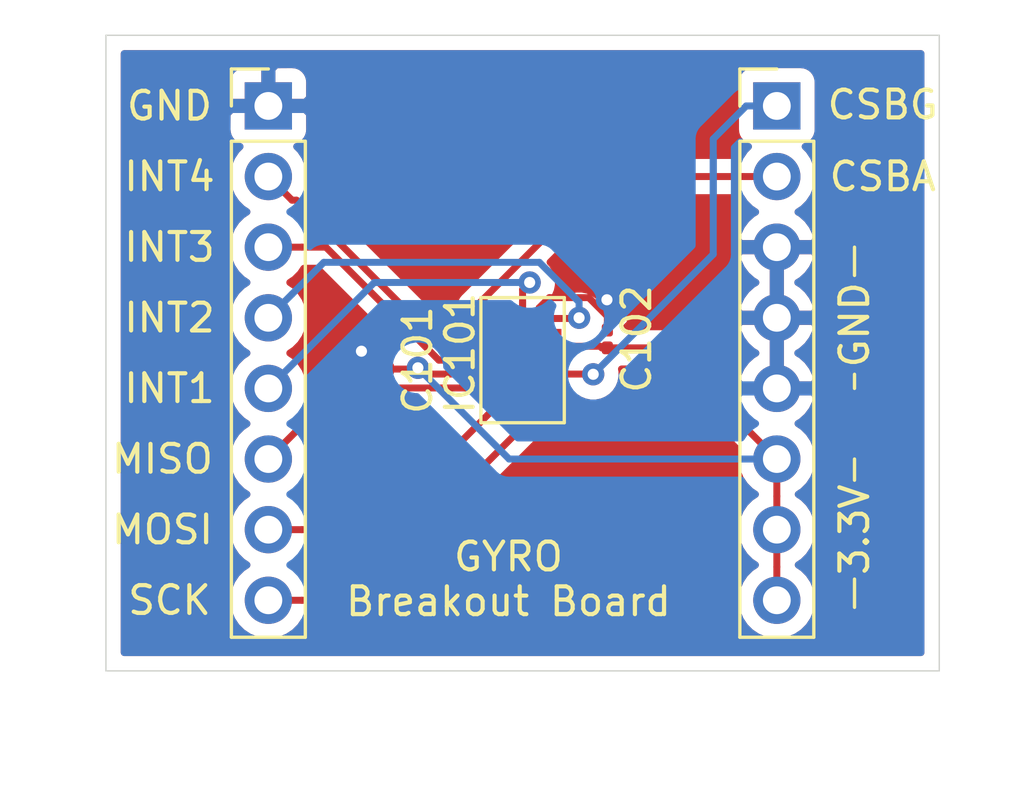
<source format=kicad_pcb>
(kicad_pcb (version 20171130) (host pcbnew "(5.1.5)-3")

  (general
    (thickness 1.6)
    (drawings 21)
    (tracks 92)
    (zones 0)
    (modules 5)
    (nets 12)
  )

  (page A4)
  (layers
    (0 F.Cu signal)
    (31 B.Cu signal)
    (32 B.Adhes user)
    (33 F.Adhes user)
    (34 B.Paste user)
    (35 F.Paste user)
    (36 B.SilkS user)
    (37 F.SilkS user)
    (38 B.Mask user)
    (39 F.Mask user)
    (40 Dwgs.User user)
    (41 Cmts.User user)
    (42 Eco1.User user)
    (43 Eco2.User user)
    (44 Edge.Cuts user)
    (45 Margin user)
    (46 B.CrtYd user)
    (47 F.CrtYd user)
    (48 B.Fab user)
    (49 F.Fab user)
  )

  (setup
    (last_trace_width 0.25)
    (trace_clearance 0.1524)
    (zone_clearance 0.508)
    (zone_45_only no)
    (trace_min 0.2)
    (via_size 0.8)
    (via_drill 0.4)
    (via_min_size 0.4)
    (via_min_drill 0.3)
    (uvia_size 0.3)
    (uvia_drill 0.1)
    (uvias_allowed no)
    (uvia_min_size 0.2)
    (uvia_min_drill 0.1)
    (edge_width 0.05)
    (segment_width 0.2)
    (pcb_text_width 0.3)
    (pcb_text_size 1.5 1.5)
    (mod_edge_width 0.12)
    (mod_text_size 1 1)
    (mod_text_width 0.15)
    (pad_size 1.524 1.524)
    (pad_drill 0.762)
    (pad_to_mask_clearance 0.051)
    (solder_mask_min_width 0.25)
    (aux_axis_origin 0 0)
    (visible_elements 7FFFFFFF)
    (pcbplotparams
      (layerselection 0x010fc_ffffffff)
      (usegerberextensions false)
      (usegerberattributes false)
      (usegerberadvancedattributes false)
      (creategerberjobfile false)
      (excludeedgelayer true)
      (linewidth 0.100000)
      (plotframeref false)
      (viasonmask false)
      (mode 1)
      (useauxorigin false)
      (hpglpennumber 1)
      (hpglpenspeed 20)
      (hpglpendiameter 15.000000)
      (psnegative false)
      (psa4output false)
      (plotreference true)
      (plotvalue true)
      (plotinvisibletext false)
      (padsonsilk false)
      (subtractmaskfromsilk false)
      (outputformat 1)
      (mirror false)
      (drillshape 1)
      (scaleselection 1)
      (outputdirectory ""))
  )

  (net 0 "")
  (net 1 GND)
  (net 2 +3V3)
  (net 3 /INT2_ACCEL)
  (net 4 /CSB_GYRO)
  (net 5 /SCK)
  (net 6 /MOSI)
  (net 7 /MISO)
  (net 8 /INT3_GYRO)
  (net 9 /INT4_GYRO)
  (net 10 /CSB_ACCEL)
  (net 11 /INT1_ACCEL)

  (net_class Default "This is the default net class."
    (clearance 0.1524)
    (trace_width 0.25)
    (via_dia 0.8)
    (via_drill 0.4)
    (uvia_dia 0.3)
    (uvia_drill 0.1)
    (add_net +3V3)
    (add_net /CSB_ACCEL)
    (add_net /CSB_GYRO)
    (add_net /INT1_ACCEL)
    (add_net /INT2_ACCEL)
    (add_net /INT3_GYRO)
    (add_net /INT4_GYRO)
    (add_net /MISO)
    (add_net /MOSI)
    (add_net /SCK)
    (add_net GND)
  )

  (module Capacitor_SMD:C_0201_0603Metric (layer F.Cu) (tedit 5B301BBE) (tstamp 5EC77BCA)
    (at 131.064 95.25 270)
    (descr "Capacitor SMD 0201 (0603 Metric), square (rectangular) end terminal, IPC_7351 nominal, (Body size source: https://www.vishay.com/docs/20052/crcw0201e3.pdf), generated with kicad-footprint-generator")
    (tags capacitor)
    (path /5EC9647A)
    (attr smd)
    (fp_text reference C102 (at 0 -1.05 90) (layer F.SilkS)
      (effects (font (size 1 1) (thickness 0.15)))
    )
    (fp_text value 100nF (at 0 1.05 90) (layer F.Fab)
      (effects (font (size 1 1) (thickness 0.15)))
    )
    (fp_text user %R (at 0 -0.68 90) (layer F.Fab)
      (effects (font (size 0.25 0.25) (thickness 0.04)))
    )
    (fp_line (start 0.7 0.35) (end -0.7 0.35) (layer F.CrtYd) (width 0.05))
    (fp_line (start 0.7 -0.35) (end 0.7 0.35) (layer F.CrtYd) (width 0.05))
    (fp_line (start -0.7 -0.35) (end 0.7 -0.35) (layer F.CrtYd) (width 0.05))
    (fp_line (start -0.7 0.35) (end -0.7 -0.35) (layer F.CrtYd) (width 0.05))
    (fp_line (start 0.3 0.15) (end -0.3 0.15) (layer F.Fab) (width 0.1))
    (fp_line (start 0.3 -0.15) (end 0.3 0.15) (layer F.Fab) (width 0.1))
    (fp_line (start -0.3 -0.15) (end 0.3 -0.15) (layer F.Fab) (width 0.1))
    (fp_line (start -0.3 0.15) (end -0.3 -0.15) (layer F.Fab) (width 0.1))
    (pad 2 smd roundrect (at 0.32 0 270) (size 0.46 0.4) (layers F.Cu F.Mask) (roundrect_rratio 0.25)
      (net 2 +3V3))
    (pad 1 smd roundrect (at -0.32 0 270) (size 0.46 0.4) (layers F.Cu F.Mask) (roundrect_rratio 0.25)
      (net 1 GND))
    (pad "" smd roundrect (at 0.345 0 270) (size 0.318 0.36) (layers F.Paste) (roundrect_rratio 0.25))
    (pad "" smd roundrect (at -0.345 0 270) (size 0.318 0.36) (layers F.Paste) (roundrect_rratio 0.25))
    (model ${KISYS3DMOD}/Capacitor_SMD.3dshapes/C_0201_0603Metric.wrl
      (at (xyz 0 0 0))
      (scale (xyz 1 1 1))
      (rotate (xyz 0 0 0))
    )
  )

  (module Capacitor_SMD:C_0201_0603Metric (layer F.Cu) (tedit 5B301BBE) (tstamp 5EC77BB9)
    (at 123.19 96.012 270)
    (descr "Capacitor SMD 0201 (0603 Metric), square (rectangular) end terminal, IPC_7351 nominal, (Body size source: https://www.vishay.com/docs/20052/crcw0201e3.pdf), generated with kicad-footprint-generator")
    (tags capacitor)
    (path /5EC9306C)
    (attr smd)
    (fp_text reference C101 (at 0 -1.05 90) (layer F.SilkS)
      (effects (font (size 1 1) (thickness 0.15)))
    )
    (fp_text value 100nF (at 0 1.05 90) (layer F.Fab)
      (effects (font (size 1 1) (thickness 0.15)))
    )
    (fp_line (start -0.3 0.15) (end -0.3 -0.15) (layer F.Fab) (width 0.1))
    (fp_line (start -0.3 -0.15) (end 0.3 -0.15) (layer F.Fab) (width 0.1))
    (fp_line (start 0.3 -0.15) (end 0.3 0.15) (layer F.Fab) (width 0.1))
    (fp_line (start 0.3 0.15) (end -0.3 0.15) (layer F.Fab) (width 0.1))
    (fp_line (start -0.7 0.35) (end -0.7 -0.35) (layer F.CrtYd) (width 0.05))
    (fp_line (start -0.7 -0.35) (end 0.7 -0.35) (layer F.CrtYd) (width 0.05))
    (fp_line (start 0.7 -0.35) (end 0.7 0.35) (layer F.CrtYd) (width 0.05))
    (fp_line (start 0.7 0.35) (end -0.7 0.35) (layer F.CrtYd) (width 0.05))
    (fp_text user %R (at 0 -0.68 90) (layer F.Fab)
      (effects (font (size 0.25 0.25) (thickness 0.04)))
    )
    (pad "" smd roundrect (at -0.345 0 270) (size 0.318 0.36) (layers F.Paste) (roundrect_rratio 0.25))
    (pad "" smd roundrect (at 0.345 0 270) (size 0.318 0.36) (layers F.Paste) (roundrect_rratio 0.25))
    (pad 1 smd roundrect (at -0.32 0 270) (size 0.46 0.4) (layers F.Cu F.Mask) (roundrect_rratio 0.25)
      (net 1 GND))
    (pad 2 smd roundrect (at 0.32 0 270) (size 0.46 0.4) (layers F.Cu F.Mask) (roundrect_rratio 0.25)
      (net 2 +3V3))
    (model ${KISYS3DMOD}/Capacitor_SMD.3dshapes/C_0201_0603Metric.wrl
      (at (xyz 0 0 0))
      (scale (xyz 1 1 1))
      (rotate (xyz 0 0 0))
    )
  )

  (module "ERFSEDS_Footprints:16-LGA-(4.5x3)" (layer F.Cu) (tedit 5EC6BF61) (tstamp 5EC77BE6)
    (at 128.016 96.012 270)
    (path /5EC70B84)
    (fp_text reference IC101 (at -0.25 2.25 90) (layer F.SilkS)
      (effects (font (size 1 1) (thickness 0.15)))
    )
    (fp_text value BMI088 (at 0 -2.75 90) (layer F.Fab)
      (effects (font (size 1 1) (thickness 0.15)))
    )
    (fp_line (start -2.25 1.5) (end -2.25 -1.5) (layer F.CrtYd) (width 0.12))
    (fp_line (start 2.25 1.5) (end -2.25 1.5) (layer F.CrtYd) (width 0.12))
    (fp_line (start 2.25 -1.5) (end 2.25 1.5) (layer F.CrtYd) (width 0.12))
    (fp_line (start -2.25 -1.5) (end 2.25 -1.5) (layer F.CrtYd) (width 0.12))
    (fp_line (start -2.25 1.5) (end -2.25 -1.5) (layer F.SilkS) (width 0.12))
    (fp_line (start -2.25 1.5) (end 2.25 1.5) (layer F.SilkS) (width 0.12))
    (fp_line (start 2.25 1.5) (end 2.25 -1.5) (layer F.SilkS) (width 0.12))
    (fp_line (start 2.25 -1.5) (end -2.25 -1.5) (layer F.SilkS) (width 0.12))
    (pad 16 smd rect (at -1.915 0 180) (size 0.25 0.475) (layers F.Cu F.Paste F.Mask)
      (net 11 /INT1_ACCEL))
    (pad 15 smd rect (at -1.5 1.16 90) (size 0.25 0.475) (layers F.Cu F.Paste F.Mask)
      (net 7 /MISO))
    (pad 14 smd rect (at -1 1.16 90) (size 0.25 0.475) (layers F.Cu F.Paste F.Mask)
      (net 10 /CSB_ACCEL))
    (pad 13 smd rect (at -0.5 1.16 90) (size 0.25 0.475) (layers F.Cu F.Paste F.Mask)
      (net 9 /INT4_GYRO))
    (pad 12 smd rect (at 0 1.16 90) (size 0.25 0.475) (layers F.Cu F.Paste F.Mask)
      (net 8 /INT3_GYRO))
    (pad 11 smd rect (at 0.5 1.16 90) (size 0.25 0.475) (layers F.Cu F.Paste F.Mask)
      (net 2 +3V3))
    (pad 10 smd rect (at 1 1.16 90) (size 0.25 0.475) (layers F.Cu F.Paste F.Mask)
      (net 7 /MISO))
    (pad 9 smd rect (at 1.5 1.16 90) (size 0.25 0.475) (layers F.Cu F.Paste F.Mask)
      (net 6 /MOSI))
    (pad 8 smd rect (at 1.915 0) (size 0.25 0.475) (layers F.Cu F.Paste F.Mask)
      (net 5 /SCK))
    (pad 7 smd rect (at 1.5 -1.16 270) (size 0.25 0.475) (layers F.Cu F.Paste F.Mask)
      (net 1 GND))
    (pad 6 smd rect (at 1 -1.16 270) (size 0.25 0.475) (layers F.Cu F.Paste F.Mask)
      (net 1 GND))
    (pad 5 smd rect (at 0.5 -1.16 270) (size 0.25 0.475) (layers F.Cu F.Paste F.Mask)
      (net 4 /CSB_GYRO))
    (pad 4 smd rect (at 0 -1.16 270) (size 0.25 0.475) (layers F.Cu F.Paste F.Mask)
      (net 1 GND))
    (pad 3 smd rect (at -0.5 -1.16 270) (size 0.25 0.475) (layers F.Cu F.Paste F.Mask)
      (net 2 +3V3))
    (pad 2 smd rect (at -1 -1.16 270) (size 0.25 0.475) (layers F.Cu F.Paste F.Mask)
      (net 1 GND))
    (pad 1 smd rect (at -1.5 -1.16 270) (size 0.25 0.475) (layers F.Cu F.Paste F.Mask)
      (net 3 /INT2_ACCEL))
  )

  (module Connector_PinHeader_2.54mm:PinHeader_1x08_P2.54mm_Vertical (layer F.Cu) (tedit 59FED5CC) (tstamp 5EC77C02)
    (at 118.872 86.868)
    (descr "Through hole straight pin header, 1x08, 2.54mm pitch, single row")
    (tags "Through hole pin header THT 1x08 2.54mm single row")
    (path /5EC7887E)
    (fp_text reference J101 (at 0 -2.33) (layer F.SilkS) hide
      (effects (font (size 1 1) (thickness 0.15)))
    )
    (fp_text value Conn_01x08 (at 0 20.11) (layer F.Fab)
      (effects (font (size 1 1) (thickness 0.15)))
    )
    (fp_text user %R (at 0 8.89 90) (layer F.Fab)
      (effects (font (size 1 1) (thickness 0.15)))
    )
    (fp_line (start 1.8 -1.8) (end -1.8 -1.8) (layer F.CrtYd) (width 0.05))
    (fp_line (start 1.8 19.55) (end 1.8 -1.8) (layer F.CrtYd) (width 0.05))
    (fp_line (start -1.8 19.55) (end 1.8 19.55) (layer F.CrtYd) (width 0.05))
    (fp_line (start -1.8 -1.8) (end -1.8 19.55) (layer F.CrtYd) (width 0.05))
    (fp_line (start -1.33 -1.33) (end 0 -1.33) (layer F.SilkS) (width 0.12))
    (fp_line (start -1.33 0) (end -1.33 -1.33) (layer F.SilkS) (width 0.12))
    (fp_line (start -1.33 1.27) (end 1.33 1.27) (layer F.SilkS) (width 0.12))
    (fp_line (start 1.33 1.27) (end 1.33 19.11) (layer F.SilkS) (width 0.12))
    (fp_line (start -1.33 1.27) (end -1.33 19.11) (layer F.SilkS) (width 0.12))
    (fp_line (start -1.33 19.11) (end 1.33 19.11) (layer F.SilkS) (width 0.12))
    (fp_line (start -1.27 -0.635) (end -0.635 -1.27) (layer F.Fab) (width 0.1))
    (fp_line (start -1.27 19.05) (end -1.27 -0.635) (layer F.Fab) (width 0.1))
    (fp_line (start 1.27 19.05) (end -1.27 19.05) (layer F.Fab) (width 0.1))
    (fp_line (start 1.27 -1.27) (end 1.27 19.05) (layer F.Fab) (width 0.1))
    (fp_line (start -0.635 -1.27) (end 1.27 -1.27) (layer F.Fab) (width 0.1))
    (pad 8 thru_hole oval (at 0 17.78) (size 1.7 1.7) (drill 1) (layers *.Cu *.Mask)
      (net 5 /SCK))
    (pad 7 thru_hole oval (at 0 15.24) (size 1.7 1.7) (drill 1) (layers *.Cu *.Mask)
      (net 6 /MOSI))
    (pad 6 thru_hole oval (at 0 12.7) (size 1.7 1.7) (drill 1) (layers *.Cu *.Mask)
      (net 7 /MISO))
    (pad 5 thru_hole oval (at 0 10.16) (size 1.7 1.7) (drill 1) (layers *.Cu *.Mask)
      (net 11 /INT1_ACCEL))
    (pad 4 thru_hole oval (at 0 7.62) (size 1.7 1.7) (drill 1) (layers *.Cu *.Mask)
      (net 3 /INT2_ACCEL))
    (pad 3 thru_hole oval (at 0 5.08) (size 1.7 1.7) (drill 1) (layers *.Cu *.Mask)
      (net 8 /INT3_GYRO))
    (pad 2 thru_hole oval (at 0 2.54) (size 1.7 1.7) (drill 1) (layers *.Cu *.Mask)
      (net 9 /INT4_GYRO))
    (pad 1 thru_hole rect (at 0 0) (size 1.7 1.7) (drill 1) (layers *.Cu *.Mask)
      (net 1 GND))
    (model ${KISYS3DMOD}/Connector_PinHeader_2.54mm.3dshapes/PinHeader_1x08_P2.54mm_Vertical.wrl
      (at (xyz 0 0 0))
      (scale (xyz 1 1 1))
      (rotate (xyz 0 0 0))
    )
  )

  (module Connector_PinHeader_2.54mm:PinHeader_1x08_P2.54mm_Vertical (layer F.Cu) (tedit 59FED5CC) (tstamp 5EC77C1E)
    (at 137.16 86.868)
    (descr "Through hole straight pin header, 1x08, 2.54mm pitch, single row")
    (tags "Through hole pin header THT 1x08 2.54mm single row")
    (path /5EC73D76)
    (fp_text reference J102 (at 0 -2.33) (layer F.SilkS) hide
      (effects (font (size 1 1) (thickness 0.15)))
    )
    (fp_text value Conn_01x08 (at 0 19.558) (layer F.Fab)
      (effects (font (size 1 1) (thickness 0.15)))
    )
    (fp_line (start -0.635 -1.27) (end 1.27 -1.27) (layer F.Fab) (width 0.1))
    (fp_line (start 1.27 -1.27) (end 1.27 19.05) (layer F.Fab) (width 0.1))
    (fp_line (start 1.27 19.05) (end -1.27 19.05) (layer F.Fab) (width 0.1))
    (fp_line (start -1.27 19.05) (end -1.27 -0.635) (layer F.Fab) (width 0.1))
    (fp_line (start -1.27 -0.635) (end -0.635 -1.27) (layer F.Fab) (width 0.1))
    (fp_line (start -1.33 19.11) (end 1.33 19.11) (layer F.SilkS) (width 0.12))
    (fp_line (start -1.33 1.27) (end -1.33 19.11) (layer F.SilkS) (width 0.12))
    (fp_line (start 1.33 1.27) (end 1.33 19.11) (layer F.SilkS) (width 0.12))
    (fp_line (start -1.33 1.27) (end 1.33 1.27) (layer F.SilkS) (width 0.12))
    (fp_line (start -1.33 0) (end -1.33 -1.33) (layer F.SilkS) (width 0.12))
    (fp_line (start -1.33 -1.33) (end 0 -1.33) (layer F.SilkS) (width 0.12))
    (fp_line (start -1.8 -1.8) (end -1.8 19.55) (layer F.CrtYd) (width 0.05))
    (fp_line (start -1.8 19.55) (end 1.8 19.55) (layer F.CrtYd) (width 0.05))
    (fp_line (start 1.8 19.55) (end 1.8 -1.8) (layer F.CrtYd) (width 0.05))
    (fp_line (start 1.8 -1.8) (end -1.8 -1.8) (layer F.CrtYd) (width 0.05))
    (fp_text user %R (at 0 8.89 90) (layer F.Fab)
      (effects (font (size 1 1) (thickness 0.15)))
    )
    (pad 1 thru_hole rect (at 0 0) (size 1.7 1.7) (drill 1) (layers *.Cu *.Mask)
      (net 4 /CSB_GYRO))
    (pad 2 thru_hole oval (at 0 2.54) (size 1.7 1.7) (drill 1) (layers *.Cu *.Mask)
      (net 10 /CSB_ACCEL))
    (pad 3 thru_hole oval (at 0 5.08) (size 1.7 1.7) (drill 1) (layers *.Cu *.Mask)
      (net 1 GND))
    (pad 4 thru_hole oval (at 0 7.62) (size 1.7 1.7) (drill 1) (layers *.Cu *.Mask)
      (net 1 GND))
    (pad 5 thru_hole oval (at 0 10.16) (size 1.7 1.7) (drill 1) (layers *.Cu *.Mask)
      (net 1 GND))
    (pad 6 thru_hole oval (at 0 12.7) (size 1.7 1.7) (drill 1) (layers *.Cu *.Mask)
      (net 2 +3V3))
    (pad 7 thru_hole oval (at 0 15.24) (size 1.7 1.7) (drill 1) (layers *.Cu *.Mask)
      (net 2 +3V3))
    (pad 8 thru_hole oval (at 0 17.78) (size 1.7 1.7) (drill 1) (layers *.Cu *.Mask)
      (net 2 +3V3))
    (model ${KISYS3DMOD}/Connector_PinHeader_2.54mm.3dshapes/PinHeader_1x08_P2.54mm_Vertical.wrl
      (at (xyz 0 0 0))
      (scale (xyz 1 1 1))
      (rotate (xyz 0 0 0))
    )
  )

  (gr_text GND (at 115.316 86.868) (layer F.SilkS)
    (effects (font (size 1 1) (thickness 0.15)))
  )
  (gr_line (start 139.954 104.902) (end 139.954 103.886) (layer F.SilkS) (width 0.12))
  (gr_line (start 139.954 99.568) (end 139.954 100.33) (layer F.SilkS) (width 0.12))
  (gr_line (start 139.954 97.028) (end 139.954 96.52) (layer F.SilkS) (width 0.12))
  (gr_line (start 139.954 91.948) (end 139.954 92.964) (layer F.SilkS) (width 0.12))
  (gr_text "GND\n" (at 139.954 94.742 90) (layer F.SilkS)
    (effects (font (size 1 1) (thickness 0.15)))
  )
  (gr_text 3.3V (at 139.954 102.108 90) (layer F.SilkS)
    (effects (font (size 1 1) (thickness 0.15)))
  )
  (gr_text INT4 (at 115.316 89.408) (layer F.SilkS)
    (effects (font (size 1 1) (thickness 0.15)))
  )
  (gr_text INT3 (at 115.316 91.948) (layer F.SilkS)
    (effects (font (size 1 1) (thickness 0.15)))
  )
  (gr_text "INT2\n" (at 115.316 94.488) (layer F.SilkS)
    (effects (font (size 1 1) (thickness 0.15)))
  )
  (gr_text "INT1\n" (at 115.316 97.028) (layer F.SilkS)
    (effects (font (size 1 1) (thickness 0.15)))
  )
  (gr_text "MISO\n" (at 115.062 99.568) (layer F.SilkS)
    (effects (font (size 1 1) (thickness 0.15)))
  )
  (gr_text "MOSI\n" (at 115.062 102.108) (layer F.SilkS)
    (effects (font (size 1 1) (thickness 0.15)))
  )
  (gr_text "SCK\n" (at 115.316 104.648) (layer F.SilkS)
    (effects (font (size 1 1) (thickness 0.15)))
  )
  (gr_text "CSBA\n" (at 140.97 89.408) (layer F.SilkS)
    (effects (font (size 1 1) (thickness 0.15)))
  )
  (gr_text "CSBG\n\n" (at 140.97 87.63) (layer F.SilkS)
    (effects (font (size 1 1) (thickness 0.15)))
  )
  (gr_text "GYRO\nBreakout Board\n" (at 127.508 103.886) (layer F.SilkS) (tstamp 5EC783F8)
    (effects (font (size 1 1) (thickness 0.15)))
  )
  (gr_line (start 143.002 84.328) (end 143.002 107.188) (layer Edge.Cuts) (width 0.05) (tstamp 5EC783A8))
  (gr_line (start 113.03 84.328) (end 143.002 84.328) (layer Edge.Cuts) (width 0.05))
  (gr_line (start 113.03 107.188) (end 113.03 84.328) (layer Edge.Cuts) (width 0.05))
  (gr_line (start 143.002 107.188) (end 113.03 107.188) (layer Edge.Cuts) (width 0.05))

  (segment (start 128.6885 96.012) (end 129.176 96.012) (width 0.25) (layer F.Cu) (net 1))
  (segment (start 128.613499 96.087001) (end 128.6885 96.012) (width 0.25) (layer F.Cu) (net 1))
  (segment (start 128.613499 96.897001) (end 128.613499 96.087001) (width 0.25) (layer F.Cu) (net 1))
  (segment (start 128.678508 96.96201) (end 128.613499 96.897001) (width 0.25) (layer F.Cu) (net 1))
  (segment (start 129.00101 96.96201) (end 128.678508 96.96201) (width 0.25) (layer F.Cu) (net 1))
  (segment (start 129.176 97.137) (end 129.00101 96.96201) (width 0.25) (layer F.Cu) (net 1))
  (segment (start 129.176 97.512) (end 129.176 97.137) (width 0.25) (layer F.Cu) (net 1))
  (segment (start 128.613499 95.087001) (end 128.6885 95.012) (width 0.25) (layer F.Cu) (net 1))
  (segment (start 128.613499 95.897001) (end 128.613499 95.087001) (width 0.25) (layer F.Cu) (net 1))
  (segment (start 128.728498 96.012) (end 128.613499 95.897001) (width 0.25) (layer F.Cu) (net 1))
  (segment (start 129.176 96.012) (end 128.728498 96.012) (width 0.25) (layer F.Cu) (net 1))
  (segment (start 128.6885 95.012) (end 129.176 95.012) (width 0.25) (layer F.Cu) (net 1))
  (segment (start 128.613499 94.936999) (end 128.6885 95.012) (width 0.25) (layer F.Cu) (net 1))
  (segment (start 128.613499 94.126999) (end 128.613499 94.936999) (width 0.25) (layer F.Cu) (net 1))
  (segment (start 128.977499 93.762999) (end 128.613499 94.126999) (width 0.25) (layer F.Cu) (net 1))
  (segment (start 130.396001 93.762999) (end 128.977499 93.762999) (width 0.25) (layer F.Cu) (net 1))
  (segment (start 131.064 94.430998) (end 130.396001 93.762999) (width 0.25) (layer F.Cu) (net 1))
  (segment (start 131.064 94.93) (end 131.064 94.430998) (width 0.25) (layer F.Cu) (net 1))
  (segment (start 123.19 95.692) (end 122.222 95.692) (width 0.25) (layer F.Cu) (net 1))
  (via (at 122.22 95.69) (size 0.8) (drill 0.4) (layers F.Cu B.Cu) (net 1))
  (segment (start 122.222 95.692) (end 122.22 95.69) (width 0.25) (layer F.Cu) (net 1))
  (via (at 131.05 93.84) (size 0.8) (drill 0.4) (layers F.Cu B.Cu) (net 1))
  (segment (start 131.064 94.430998) (end 131.064 93.854) (width 0.25) (layer F.Cu) (net 1))
  (segment (start 131.064 93.854) (end 131.05 93.84) (width 0.25) (layer F.Cu) (net 1))
  (segment (start 126.856 96.512) (end 124.431 96.512) (width 0.25) (layer F.Cu) (net 2))
  (segment (start 124.251 96.332) (end 123.19 96.332) (width 0.25) (layer F.Cu) (net 2))
  (segment (start 124.431 96.512) (end 124.251 96.332) (width 0.25) (layer F.Cu) (net 2))
  (segment (start 130.806 95.512) (end 129.176 95.512) (width 0.25) (layer F.Cu) (net 2))
  (segment (start 131.064 95.57) (end 130.864 95.57) (width 0.25) (layer F.Cu) (net 2))
  (segment (start 130.864 95.57) (end 130.806 95.512) (width 0.25) (layer F.Cu) (net 2))
  (segment (start 133.162 95.57) (end 137.16 99.568) (width 0.25) (layer F.Cu) (net 2))
  (segment (start 131.064 95.57) (end 133.162 95.57) (width 0.25) (layer F.Cu) (net 2))
  (via (at 124.251 96.287) (size 0.8) (drill 0.4) (layers F.Cu B.Cu) (net 2))
  (segment (start 124.251 96.332) (end 124.251 96.287) (width 0.25) (layer F.Cu) (net 2))
  (segment (start 127.532 99.568) (end 137.16 99.568) (width 0.25) (layer B.Cu) (net 2))
  (segment (start 124.251 96.287) (end 127.532 99.568) (width 0.25) (layer B.Cu) (net 2))
  (segment (start 137.16 103.445919) (end 137.16 102.108) (width 0.25) (layer F.Cu) (net 2))
  (segment (start 137.16 104.648) (end 137.16 103.445919) (width 0.25) (layer F.Cu) (net 2))
  (segment (start 137.16 100.905919) (end 137.16 99.568) (width 0.25) (layer F.Cu) (net 2))
  (segment (start 137.16 102.108) (end 137.16 100.905919) (width 0.25) (layer F.Cu) (net 2))
  (via (at 130.048 94.488) (size 0.8) (drill 0.4) (layers F.Cu B.Cu) (net 3))
  (segment (start 129.176 94.512) (end 130.024 94.512) (width 0.25) (layer F.Cu) (net 3))
  (segment (start 130.024 94.512) (end 130.048 94.488) (width 0.25) (layer F.Cu) (net 3))
  (segment (start 119.721999 93.638001) (end 118.872 94.488) (width 0.25) (layer B.Cu) (net 3))
  (segment (start 128.618684 92.492999) (end 120.867001 92.492999) (width 0.25) (layer B.Cu) (net 3))
  (segment (start 130.048 93.922315) (end 128.618684 92.492999) (width 0.25) (layer B.Cu) (net 3))
  (segment (start 120.867001 92.492999) (end 119.721999 93.638001) (width 0.25) (layer B.Cu) (net 3))
  (segment (start 130.048 94.488) (end 130.048 93.922315) (width 0.25) (layer B.Cu) (net 3))
  (segment (start 129.176 96.512) (end 129.6635 96.512) (width 0.25) (layer F.Cu) (net 4))
  (segment (start 136.06 86.868) (end 137.16 86.868) (width 0.25) (layer B.Cu) (net 4))
  (segment (start 134.874 88.054) (end 136.06 86.868) (width 0.25) (layer B.Cu) (net 4))
  (via (at 130.556 96.52) (size 0.8) (drill 0.4) (layers F.Cu B.Cu) (net 4))
  (segment (start 129.6635 96.512) (end 130.548 96.512) (width 0.25) (layer F.Cu) (net 4))
  (segment (start 130.548 96.512) (end 130.556 96.52) (width 0.25) (layer F.Cu) (net 4))
  (segment (start 134.874 92.202) (end 134.874 88.646) (width 0.25) (layer B.Cu) (net 4))
  (segment (start 130.556 96.52) (end 134.874 92.202) (width 0.25) (layer B.Cu) (net 4))
  (segment (start 134.874 90.17) (end 134.874 88.646) (width 0.25) (layer B.Cu) (net 4))
  (segment (start 134.874 88.646) (end 134.874 88.054) (width 0.25) (layer B.Cu) (net 4))
  (segment (start 128.016 98.4145) (end 121.7825 104.648) (width 0.25) (layer F.Cu) (net 5))
  (segment (start 120.074081 104.648) (end 118.872 104.648) (width 0.25) (layer F.Cu) (net 5))
  (segment (start 121.7825 104.648) (end 120.074081 104.648) (width 0.25) (layer F.Cu) (net 5))
  (segment (start 128.016 97.927) (end 128.016 98.4145) (width 0.25) (layer F.Cu) (net 5))
  (segment (start 120.074081 102.108) (end 118.872 102.108) (width 0.25) (layer F.Cu) (net 6))
  (segment (start 122.635 102.108) (end 120.074081 102.108) (width 0.25) (layer F.Cu) (net 6))
  (segment (start 126.856 97.887) (end 122.635 102.108) (width 0.25) (layer F.Cu) (net 6))
  (segment (start 126.856 97.512) (end 126.856 97.887) (width 0.25) (layer F.Cu) (net 6))
  (segment (start 121.428 97.012) (end 126.856 97.012) (width 0.25) (layer F.Cu) (net 7))
  (segment (start 118.872 99.568) (end 121.428 97.012) (width 0.25) (layer F.Cu) (net 7))
  (segment (start 127.3435 94.512) (end 126.856 94.512) (width 0.25) (layer F.Cu) (net 7))
  (segment (start 127.418501 96.936999) (end 127.418501 94.587001) (width 0.25) (layer F.Cu) (net 7))
  (segment (start 127.418501 94.587001) (end 127.3435 94.512) (width 0.25) (layer F.Cu) (net 7))
  (segment (start 127.3435 97.012) (end 127.418501 96.936999) (width 0.25) (layer F.Cu) (net 7))
  (segment (start 126.856 97.012) (end 127.3435 97.012) (width 0.25) (layer F.Cu) (net 7))
  (segment (start 120.940002 91.948) (end 120.074081 91.948) (width 0.25) (layer F.Cu) (net 8))
  (segment (start 125.004002 96.012) (end 120.940002 91.948) (width 0.25) (layer F.Cu) (net 8))
  (segment (start 120.074081 91.948) (end 118.872 91.948) (width 0.25) (layer F.Cu) (net 8))
  (segment (start 126.856 96.012) (end 125.004002 96.012) (width 0.25) (layer F.Cu) (net 8))
  (segment (start 119.721999 90.257999) (end 118.872 89.408) (width 0.25) (layer F.Cu) (net 9))
  (segment (start 125.140412 95.512) (end 119.886411 90.257999) (width 0.25) (layer F.Cu) (net 9))
  (segment (start 119.886411 90.257999) (end 119.721999 90.257999) (width 0.25) (layer F.Cu) (net 9))
  (segment (start 126.856 95.512) (end 125.140412 95.512) (width 0.25) (layer F.Cu) (net 9))
  (segment (start 135.957919 89.408) (end 137.16 89.408) (width 0.25) (layer F.Cu) (net 10))
  (segment (start 131.012498 89.408) (end 135.957919 89.408) (width 0.25) (layer F.Cu) (net 10))
  (segment (start 126.293499 94.126999) (end 131.012498 89.408) (width 0.25) (layer F.Cu) (net 10))
  (segment (start 126.293499 94.936999) (end 126.293499 94.126999) (width 0.25) (layer F.Cu) (net 10))
  (segment (start 126.3685 95.012) (end 126.293499 94.936999) (width 0.25) (layer F.Cu) (net 10))
  (segment (start 126.856 95.012) (end 126.3685 95.012) (width 0.25) (layer F.Cu) (net 10))
  (via (at 128.27 93.218) (size 0.8) (drill 0.4) (layers F.Cu B.Cu) (net 11))
  (segment (start 128.016 94.097) (end 128.016 93.472) (width 0.25) (layer F.Cu) (net 11))
  (segment (start 128.016 93.472) (end 128.27 93.218) (width 0.25) (layer F.Cu) (net 11))
  (segment (start 122.682 93.218) (end 128.27 93.218) (width 0.25) (layer B.Cu) (net 11))
  (segment (start 118.872 97.028) (end 122.682 93.218) (width 0.25) (layer B.Cu) (net 11))

  (zone (net 1) (net_name GND) (layer F.Cu) (tstamp 5EC6DC18) (hatch edge 0.508)
    (connect_pads (clearance 0.508))
    (min_thickness 0.254)
    (fill yes (arc_segments 32) (thermal_gap 0.508) (thermal_bridge_width 0.508))
    (polygon
      (pts
        (xy 144.526 83.312) (xy 145.034 109.474) (xy 109.22 109.22) (xy 110.49 83.058)
      )
    )
    (filled_polygon
      (pts
        (xy 142.342001 106.528) (xy 113.69 106.528) (xy 113.69 87.718) (xy 117.383928 87.718) (xy 117.396188 87.842482)
        (xy 117.432498 87.96218) (xy 117.491463 88.072494) (xy 117.570815 88.169185) (xy 117.667506 88.248537) (xy 117.77782 88.307502)
        (xy 117.85038 88.329513) (xy 117.718525 88.461368) (xy 117.55601 88.704589) (xy 117.444068 88.974842) (xy 117.387 89.26174)
        (xy 117.387 89.55426) (xy 117.444068 89.841158) (xy 117.55601 90.111411) (xy 117.718525 90.354632) (xy 117.925368 90.561475)
        (xy 118.09976 90.678) (xy 117.925368 90.794525) (xy 117.718525 91.001368) (xy 117.55601 91.244589) (xy 117.444068 91.514842)
        (xy 117.387 91.80174) (xy 117.387 92.09426) (xy 117.444068 92.381158) (xy 117.55601 92.651411) (xy 117.718525 92.894632)
        (xy 117.925368 93.101475) (xy 118.09976 93.218) (xy 117.925368 93.334525) (xy 117.718525 93.541368) (xy 117.55601 93.784589)
        (xy 117.444068 94.054842) (xy 117.387 94.34174) (xy 117.387 94.63426) (xy 117.444068 94.921158) (xy 117.55601 95.191411)
        (xy 117.718525 95.434632) (xy 117.925368 95.641475) (xy 118.09976 95.758) (xy 117.925368 95.874525) (xy 117.718525 96.081368)
        (xy 117.55601 96.324589) (xy 117.444068 96.594842) (xy 117.387 96.88174) (xy 117.387 97.17426) (xy 117.444068 97.461158)
        (xy 117.55601 97.731411) (xy 117.718525 97.974632) (xy 117.925368 98.181475) (xy 118.09976 98.298) (xy 117.925368 98.414525)
        (xy 117.718525 98.621368) (xy 117.55601 98.864589) (xy 117.444068 99.134842) (xy 117.387 99.42174) (xy 117.387 99.71426)
        (xy 117.444068 100.001158) (xy 117.55601 100.271411) (xy 117.718525 100.514632) (xy 117.925368 100.721475) (xy 118.09976 100.838)
        (xy 117.925368 100.954525) (xy 117.718525 101.161368) (xy 117.55601 101.404589) (xy 117.444068 101.674842) (xy 117.387 101.96174)
        (xy 117.387 102.25426) (xy 117.444068 102.541158) (xy 117.55601 102.811411) (xy 117.718525 103.054632) (xy 117.925368 103.261475)
        (xy 118.09976 103.378) (xy 117.925368 103.494525) (xy 117.718525 103.701368) (xy 117.55601 103.944589) (xy 117.444068 104.214842)
        (xy 117.387 104.50174) (xy 117.387 104.79426) (xy 117.444068 105.081158) (xy 117.55601 105.351411) (xy 117.718525 105.594632)
        (xy 117.925368 105.801475) (xy 118.168589 105.96399) (xy 118.438842 106.075932) (xy 118.72574 106.133) (xy 119.01826 106.133)
        (xy 119.305158 106.075932) (xy 119.575411 105.96399) (xy 119.818632 105.801475) (xy 120.025475 105.594632) (xy 120.150178 105.408)
        (xy 121.745178 105.408) (xy 121.7825 105.411676) (xy 121.819822 105.408) (xy 121.819833 105.408) (xy 121.931486 105.397003)
        (xy 122.074747 105.353546) (xy 122.206776 105.282974) (xy 122.322501 105.188001) (xy 122.346304 105.158997) (xy 128.527003 98.978299)
        (xy 128.556001 98.954501) (xy 128.650974 98.838776) (xy 128.721546 98.706747) (xy 128.765003 98.563486) (xy 128.776 98.451833)
        (xy 128.776 98.451824) (xy 128.779676 98.414501) (xy 128.776 98.377178) (xy 128.776 98.250865) (xy 128.833095 98.266306)
        (xy 128.90675 98.272) (xy 129.0655 98.11325) (xy 129.0655 97.387) (xy 129.2865 97.387) (xy 129.2865 98.11325)
        (xy 129.44525 98.272) (xy 129.518905 98.266306) (xy 129.639651 98.23365) (xy 129.751706 98.178066) (xy 129.850764 98.101689)
        (xy 129.933019 98.007454) (xy 129.995308 97.898983) (xy 130.035239 97.780443) (xy 130.0485 97.67075) (xy 129.910734 97.532984)
        (xy 129.933019 97.507454) (xy 129.985248 97.416502) (xy 130.00508 97.39667) (xy 130.065744 97.437205) (xy 130.254102 97.515226)
        (xy 130.454061 97.555) (xy 130.657939 97.555) (xy 130.857898 97.515226) (xy 131.046256 97.437205) (xy 131.215774 97.323937)
        (xy 131.359937 97.179774) (xy 131.473205 97.010256) (xy 131.551226 96.821898) (xy 131.591 96.621939) (xy 131.591 96.418061)
        (xy 131.573484 96.33) (xy 132.847199 96.33) (xy 135.71879 99.201592) (xy 135.675 99.42174) (xy 135.675 99.71426)
        (xy 135.732068 100.001158) (xy 135.84401 100.271411) (xy 136.006525 100.514632) (xy 136.213368 100.721475) (xy 136.38776 100.838)
        (xy 136.213368 100.954525) (xy 136.006525 101.161368) (xy 135.84401 101.404589) (xy 135.732068 101.674842) (xy 135.675 101.96174)
        (xy 135.675 102.25426) (xy 135.732068 102.541158) (xy 135.84401 102.811411) (xy 136.006525 103.054632) (xy 136.213368 103.261475)
        (xy 136.38776 103.378) (xy 136.213368 103.494525) (xy 136.006525 103.701368) (xy 135.84401 103.944589) (xy 135.732068 104.214842)
        (xy 135.675 104.50174) (xy 135.675 104.79426) (xy 135.732068 105.081158) (xy 135.84401 105.351411) (xy 136.006525 105.594632)
        (xy 136.213368 105.801475) (xy 136.456589 105.96399) (xy 136.726842 106.075932) (xy 137.01374 106.133) (xy 137.30626 106.133)
        (xy 137.593158 106.075932) (xy 137.863411 105.96399) (xy 138.106632 105.801475) (xy 138.313475 105.594632) (xy 138.47599 105.351411)
        (xy 138.587932 105.081158) (xy 138.645 104.79426) (xy 138.645 104.50174) (xy 138.587932 104.214842) (xy 138.47599 103.944589)
        (xy 138.313475 103.701368) (xy 138.106632 103.494525) (xy 137.93224 103.378) (xy 138.106632 103.261475) (xy 138.313475 103.054632)
        (xy 138.47599 102.811411) (xy 138.587932 102.541158) (xy 138.645 102.25426) (xy 138.645 101.96174) (xy 138.587932 101.674842)
        (xy 138.47599 101.404589) (xy 138.313475 101.161368) (xy 138.106632 100.954525) (xy 137.93224 100.838) (xy 138.106632 100.721475)
        (xy 138.313475 100.514632) (xy 138.47599 100.271411) (xy 138.587932 100.001158) (xy 138.645 99.71426) (xy 138.645 99.42174)
        (xy 138.587932 99.134842) (xy 138.47599 98.864589) (xy 138.313475 98.621368) (xy 138.106632 98.414525) (xy 137.924466 98.292805)
        (xy 138.041355 98.223178) (xy 138.257588 98.028269) (xy 138.431641 97.79492) (xy 138.556825 97.532099) (xy 138.601476 97.38489)
        (xy 138.480155 97.155) (xy 137.287 97.155) (xy 137.287 97.175) (xy 137.033 97.175) (xy 137.033 97.155)
        (xy 137.013 97.155) (xy 137.013 96.901) (xy 137.033 96.901) (xy 137.033 94.615) (xy 137.287 94.615)
        (xy 137.287 96.901) (xy 138.480155 96.901) (xy 138.601476 96.67111) (xy 138.556825 96.523901) (xy 138.431641 96.26108)
        (xy 138.257588 96.027731) (xy 138.041355 95.832822) (xy 137.915745 95.758) (xy 138.041355 95.683178) (xy 138.257588 95.488269)
        (xy 138.431641 95.25492) (xy 138.556825 94.992099) (xy 138.601476 94.84489) (xy 138.480155 94.615) (xy 137.287 94.615)
        (xy 137.033 94.615) (xy 135.839845 94.615) (xy 135.718524 94.84489) (xy 135.763175 94.992099) (xy 135.888359 95.25492)
        (xy 136.062412 95.488269) (xy 136.278645 95.683178) (xy 136.404255 95.758) (xy 136.278645 95.832822) (xy 136.062412 96.027731)
        (xy 135.888359 96.26108) (xy 135.763175 96.523901) (xy 135.718524 96.67111) (xy 135.839844 96.900998) (xy 135.675 96.900998)
        (xy 135.675 97.008199) (xy 133.725804 95.059003) (xy 133.702001 95.029999) (xy 133.586276 94.935026) (xy 133.454247 94.864454)
        (xy 133.310986 94.820997) (xy 133.199333 94.81) (xy 133.199322 94.81) (xy 133.162 94.806324) (xy 133.124678 94.81)
        (xy 131.899 94.81) (xy 131.899 94.802998) (xy 131.764252 94.802998) (xy 131.899 94.66825) (xy 131.893157 94.593709)
        (xy 131.860331 94.473009) (xy 131.804589 94.361032) (xy 131.728072 94.262081) (xy 131.633722 94.17996) (xy 131.525163 94.117823)
        (xy 131.406567 94.078059) (xy 131.29575 94.065) (xy 131.137 94.22375) (xy 131.137 94.701928) (xy 131.060724 94.701928)
        (xy 131.083 94.589939) (xy 131.083 94.386061) (xy 131.043226 94.186102) (xy 130.965205 93.997744) (xy 130.851937 93.828226)
        (xy 130.707774 93.684063) (xy 130.538256 93.570795) (xy 130.349898 93.492774) (xy 130.149939 93.453) (xy 129.946061 93.453)
        (xy 129.746102 93.492774) (xy 129.557744 93.570795) (xy 129.388226 93.684063) (xy 129.323361 93.748928) (xy 129.160029 93.748928)
        (xy 129.187205 93.708256) (xy 129.265226 93.519898) (xy 129.305 93.319939) (xy 129.305 93.116061) (xy 129.265226 92.916102)
        (xy 129.187205 92.727744) (xy 129.073937 92.558226) (xy 129.005505 92.489794) (xy 129.190409 92.30489) (xy 135.718524 92.30489)
        (xy 135.763175 92.452099) (xy 135.888359 92.71492) (xy 136.062412 92.948269) (xy 136.278645 93.143178) (xy 136.404255 93.218)
        (xy 136.278645 93.292822) (xy 136.062412 93.487731) (xy 135.888359 93.72108) (xy 135.763175 93.983901) (xy 135.718524 94.13111)
        (xy 135.839845 94.361) (xy 137.033 94.361) (xy 137.033 92.075) (xy 137.287 92.075) (xy 137.287 94.361)
        (xy 138.480155 94.361) (xy 138.601476 94.13111) (xy 138.556825 93.983901) (xy 138.431641 93.72108) (xy 138.257588 93.487731)
        (xy 138.041355 93.292822) (xy 137.915745 93.218) (xy 138.041355 93.143178) (xy 138.257588 92.948269) (xy 138.431641 92.71492)
        (xy 138.556825 92.452099) (xy 138.601476 92.30489) (xy 138.480155 92.075) (xy 137.287 92.075) (xy 137.033 92.075)
        (xy 135.839845 92.075) (xy 135.718524 92.30489) (xy 129.190409 92.30489) (xy 131.327301 90.168) (xy 135.881822 90.168)
        (xy 136.006525 90.354632) (xy 136.213368 90.561475) (xy 136.395534 90.683195) (xy 136.278645 90.752822) (xy 136.062412 90.947731)
        (xy 135.888359 91.18108) (xy 135.763175 91.443901) (xy 135.718524 91.59111) (xy 135.839845 91.821) (xy 137.033 91.821)
        (xy 137.033 91.801) (xy 137.287 91.801) (xy 137.287 91.821) (xy 138.480155 91.821) (xy 138.601476 91.59111)
        (xy 138.556825 91.443901) (xy 138.431641 91.18108) (xy 138.257588 90.947731) (xy 138.041355 90.752822) (xy 137.924466 90.683195)
        (xy 138.106632 90.561475) (xy 138.313475 90.354632) (xy 138.47599 90.111411) (xy 138.587932 89.841158) (xy 138.645 89.55426)
        (xy 138.645 89.26174) (xy 138.587932 88.974842) (xy 138.47599 88.704589) (xy 138.313475 88.461368) (xy 138.18162 88.329513)
        (xy 138.25418 88.307502) (xy 138.364494 88.248537) (xy 138.461185 88.169185) (xy 138.540537 88.072494) (xy 138.599502 87.96218)
        (xy 138.635812 87.842482) (xy 138.648072 87.718) (xy 138.648072 86.018) (xy 138.635812 85.893518) (xy 138.599502 85.77382)
        (xy 138.540537 85.663506) (xy 138.461185 85.566815) (xy 138.364494 85.487463) (xy 138.25418 85.428498) (xy 138.134482 85.392188)
        (xy 138.01 85.379928) (xy 136.31 85.379928) (xy 136.185518 85.392188) (xy 136.06582 85.428498) (xy 135.955506 85.487463)
        (xy 135.858815 85.566815) (xy 135.779463 85.663506) (xy 135.720498 85.77382) (xy 135.684188 85.893518) (xy 135.671928 86.018)
        (xy 135.671928 87.718) (xy 135.684188 87.842482) (xy 135.720498 87.96218) (xy 135.779463 88.072494) (xy 135.858815 88.169185)
        (xy 135.955506 88.248537) (xy 136.06582 88.307502) (xy 136.13838 88.329513) (xy 136.006525 88.461368) (xy 135.881822 88.648)
        (xy 131.04982 88.648) (xy 131.012497 88.644324) (xy 130.975174 88.648) (xy 130.975165 88.648) (xy 130.863512 88.658997)
        (xy 130.720251 88.702454) (xy 130.588222 88.773026) (xy 130.58822 88.773027) (xy 130.588221 88.773027) (xy 130.501494 88.844201)
        (xy 130.50149 88.844205) (xy 130.472497 88.867999) (xy 130.448703 88.896992) (xy 125.782497 93.5632) (xy 125.753499 93.586998)
        (xy 125.729701 93.615996) (xy 125.7297 93.615997) (xy 125.658525 93.702723) (xy 125.587953 93.834753) (xy 125.573787 93.881455)
        (xy 125.544497 93.978013) (xy 125.533499 94.089666) (xy 125.533499 94.089677) (xy 125.529823 94.126999) (xy 125.533499 94.164321)
        (xy 125.533499 94.752) (xy 125.455215 94.752) (xy 120.450215 89.747002) (xy 120.426412 89.717998) (xy 120.338742 89.646049)
        (xy 120.357 89.55426) (xy 120.357 89.26174) (xy 120.299932 88.974842) (xy 120.18799 88.704589) (xy 120.025475 88.461368)
        (xy 119.89362 88.329513) (xy 119.96618 88.307502) (xy 120.076494 88.248537) (xy 120.173185 88.169185) (xy 120.252537 88.072494)
        (xy 120.311502 87.96218) (xy 120.347812 87.842482) (xy 120.360072 87.718) (xy 120.357 87.15375) (xy 120.19825 86.995)
        (xy 118.999 86.995) (xy 118.999 87.015) (xy 118.745 87.015) (xy 118.745 86.995) (xy 117.54575 86.995)
        (xy 117.387 87.15375) (xy 117.383928 87.718) (xy 113.69 87.718) (xy 113.69 86.018) (xy 117.383928 86.018)
        (xy 117.387 86.58225) (xy 117.54575 86.741) (xy 118.745 86.741) (xy 118.745 85.54175) (xy 118.999 85.54175)
        (xy 118.999 86.741) (xy 120.19825 86.741) (xy 120.357 86.58225) (xy 120.360072 86.018) (xy 120.347812 85.893518)
        (xy 120.311502 85.77382) (xy 120.252537 85.663506) (xy 120.173185 85.566815) (xy 120.076494 85.487463) (xy 119.96618 85.428498)
        (xy 119.846482 85.392188) (xy 119.722 85.379928) (xy 119.15775 85.383) (xy 118.999 85.54175) (xy 118.745 85.54175)
        (xy 118.58625 85.383) (xy 118.022 85.379928) (xy 117.897518 85.392188) (xy 117.77782 85.428498) (xy 117.667506 85.487463)
        (xy 117.570815 85.566815) (xy 117.491463 85.663506) (xy 117.432498 85.77382) (xy 117.396188 85.893518) (xy 117.383928 86.018)
        (xy 113.69 86.018) (xy 113.69 84.988) (xy 142.342 84.988)
      )
    )
    (filled_polygon
      (pts
        (xy 122.779902 94.862701) (xy 122.728837 94.879823) (xy 122.620278 94.94196) (xy 122.525928 95.024081) (xy 122.449411 95.123032)
        (xy 122.393669 95.235009) (xy 122.360843 95.355709) (xy 122.355 95.43025) (xy 122.51375 95.589) (xy 122.679116 95.589)
        (xy 122.568104 95.680104) (xy 122.476316 95.791949) (xy 122.429827 95.878923) (xy 122.355 95.95375) (xy 122.360843 96.028291)
        (xy 122.367594 96.053116) (xy 122.36611 96.058009) (xy 122.351928 96.202) (xy 122.351928 96.252) (xy 121.465323 96.252)
        (xy 121.428 96.248324) (xy 121.390677 96.252) (xy 121.390667 96.252) (xy 121.279014 96.262997) (xy 121.135753 96.306454)
        (xy 121.003724 96.377026) (xy 120.887999 96.471999) (xy 120.864201 96.500997) (xy 120.357 97.008198) (xy 120.357 96.88174)
        (xy 120.299932 96.594842) (xy 120.18799 96.324589) (xy 120.025475 96.081368) (xy 119.818632 95.874525) (xy 119.64424 95.758)
        (xy 119.818632 95.641475) (xy 120.025475 95.434632) (xy 120.18799 95.191411) (xy 120.299932 94.921158) (xy 120.357 94.63426)
        (xy 120.357 94.34174) (xy 120.299932 94.054842) (xy 120.18799 93.784589) (xy 120.025475 93.541368) (xy 119.818632 93.334525)
        (xy 119.64424 93.218) (xy 119.818632 93.101475) (xy 120.025475 92.894632) (xy 120.150178 92.708) (xy 120.625201 92.708)
      )
    )
  )
  (zone (net 1) (net_name GND) (layer B.Cu) (tstamp 5EC6DC15) (hatch edge 0.508)
    (connect_pads (clearance 0.508))
    (min_thickness 0.254)
    (fill yes (arc_segments 32) (thermal_gap 0.508) (thermal_bridge_width 0.508))
    (polygon
      (pts
        (xy 144.018 84.074) (xy 146.05 112.014) (xy 110.998 110.236) (xy 112.522 84.836) (xy 112.268 83.82)
      )
    )
    (filled_polygon
      (pts
        (xy 142.342001 106.528) (xy 113.69 106.528) (xy 113.69 87.718) (xy 117.383928 87.718) (xy 117.396188 87.842482)
        (xy 117.432498 87.96218) (xy 117.491463 88.072494) (xy 117.570815 88.169185) (xy 117.667506 88.248537) (xy 117.77782 88.307502)
        (xy 117.85038 88.329513) (xy 117.718525 88.461368) (xy 117.55601 88.704589) (xy 117.444068 88.974842) (xy 117.387 89.26174)
        (xy 117.387 89.55426) (xy 117.444068 89.841158) (xy 117.55601 90.111411) (xy 117.718525 90.354632) (xy 117.925368 90.561475)
        (xy 118.09976 90.678) (xy 117.925368 90.794525) (xy 117.718525 91.001368) (xy 117.55601 91.244589) (xy 117.444068 91.514842)
        (xy 117.387 91.80174) (xy 117.387 92.09426) (xy 117.444068 92.381158) (xy 117.55601 92.651411) (xy 117.718525 92.894632)
        (xy 117.925368 93.101475) (xy 118.09976 93.218) (xy 117.925368 93.334525) (xy 117.718525 93.541368) (xy 117.55601 93.784589)
        (xy 117.444068 94.054842) (xy 117.387 94.34174) (xy 117.387 94.63426) (xy 117.444068 94.921158) (xy 117.55601 95.191411)
        (xy 117.718525 95.434632) (xy 117.925368 95.641475) (xy 118.09976 95.758) (xy 117.925368 95.874525) (xy 117.718525 96.081368)
        (xy 117.55601 96.324589) (xy 117.444068 96.594842) (xy 117.387 96.88174) (xy 117.387 97.17426) (xy 117.444068 97.461158)
        (xy 117.55601 97.731411) (xy 117.718525 97.974632) (xy 117.925368 98.181475) (xy 118.09976 98.298) (xy 117.925368 98.414525)
        (xy 117.718525 98.621368) (xy 117.55601 98.864589) (xy 117.444068 99.134842) (xy 117.387 99.42174) (xy 117.387 99.71426)
        (xy 117.444068 100.001158) (xy 117.55601 100.271411) (xy 117.718525 100.514632) (xy 117.925368 100.721475) (xy 118.09976 100.838)
        (xy 117.925368 100.954525) (xy 117.718525 101.161368) (xy 117.55601 101.404589) (xy 117.444068 101.674842) (xy 117.387 101.96174)
        (xy 117.387 102.25426) (xy 117.444068 102.541158) (xy 117.55601 102.811411) (xy 117.718525 103.054632) (xy 117.925368 103.261475)
        (xy 118.09976 103.378) (xy 117.925368 103.494525) (xy 117.718525 103.701368) (xy 117.55601 103.944589) (xy 117.444068 104.214842)
        (xy 117.387 104.50174) (xy 117.387 104.79426) (xy 117.444068 105.081158) (xy 117.55601 105.351411) (xy 117.718525 105.594632)
        (xy 117.925368 105.801475) (xy 118.168589 105.96399) (xy 118.438842 106.075932) (xy 118.72574 106.133) (xy 119.01826 106.133)
        (xy 119.305158 106.075932) (xy 119.575411 105.96399) (xy 119.818632 105.801475) (xy 120.025475 105.594632) (xy 120.18799 105.351411)
        (xy 120.299932 105.081158) (xy 120.357 104.79426) (xy 120.357 104.50174) (xy 120.299932 104.214842) (xy 120.18799 103.944589)
        (xy 120.025475 103.701368) (xy 119.818632 103.494525) (xy 119.64424 103.378) (xy 119.818632 103.261475) (xy 120.025475 103.054632)
        (xy 120.18799 102.811411) (xy 120.299932 102.541158) (xy 120.357 102.25426) (xy 120.357 101.96174) (xy 120.299932 101.674842)
        (xy 120.18799 101.404589) (xy 120.025475 101.161368) (xy 119.818632 100.954525) (xy 119.64424 100.838) (xy 119.818632 100.721475)
        (xy 120.025475 100.514632) (xy 120.18799 100.271411) (xy 120.299932 100.001158) (xy 120.357 99.71426) (xy 120.357 99.42174)
        (xy 120.299932 99.134842) (xy 120.18799 98.864589) (xy 120.025475 98.621368) (xy 119.818632 98.414525) (xy 119.64424 98.298)
        (xy 119.818632 98.181475) (xy 120.025475 97.974632) (xy 120.18799 97.731411) (xy 120.299932 97.461158) (xy 120.357 97.17426)
        (xy 120.357 96.88174) (xy 120.313209 96.661592) (xy 120.78974 96.185061) (xy 123.216 96.185061) (xy 123.216 96.388939)
        (xy 123.255774 96.588898) (xy 123.333795 96.777256) (xy 123.447063 96.946774) (xy 123.591226 97.090937) (xy 123.760744 97.204205)
        (xy 123.949102 97.282226) (xy 124.149061 97.322) (xy 124.211199 97.322) (xy 126.968201 100.079003) (xy 126.991999 100.108001)
        (xy 127.107724 100.202974) (xy 127.239753 100.273546) (xy 127.383014 100.317003) (xy 127.494667 100.328) (xy 127.494675 100.328)
        (xy 127.532 100.331676) (xy 127.569325 100.328) (xy 135.881822 100.328) (xy 136.006525 100.514632) (xy 136.213368 100.721475)
        (xy 136.38776 100.838) (xy 136.213368 100.954525) (xy 136.006525 101.161368) (xy 135.84401 101.404589) (xy 135.732068 101.674842)
        (xy 135.675 101.96174) (xy 135.675 102.25426) (xy 135.732068 102.541158) (xy 135.84401 102.811411) (xy 136.006525 103.054632)
        (xy 136.213368 103.261475) (xy 136.38776 103.378) (xy 136.213368 103.494525) (xy 136.006525 103.701368) (xy 135.84401 103.944589)
        (xy 135.732068 104.214842) (xy 135.675 104.50174) (xy 135.675 104.79426) (xy 135.732068 105.081158) (xy 135.84401 105.351411)
        (xy 136.006525 105.594632) (xy 136.213368 105.801475) (xy 136.456589 105.96399) (xy 136.726842 106.075932) (xy 137.01374 106.133)
        (xy 137.30626 106.133) (xy 137.593158 106.075932) (xy 137.863411 105.96399) (xy 138.106632 105.801475) (xy 138.313475 105.594632)
        (xy 138.47599 105.351411) (xy 138.587932 105.081158) (xy 138.645 104.79426) (xy 138.645 104.50174) (xy 138.587932 104.214842)
        (xy 138.47599 103.944589) (xy 138.313475 103.701368) (xy 138.106632 103.494525) (xy 137.93224 103.378) (xy 138.106632 103.261475)
        (xy 138.313475 103.054632) (xy 138.47599 102.811411) (xy 138.587932 102.541158) (xy 138.645 102.25426) (xy 138.645 101.96174)
        (xy 138.587932 101.674842) (xy 138.47599 101.404589) (xy 138.313475 101.161368) (xy 138.106632 100.954525) (xy 137.93224 100.838)
        (xy 138.106632 100.721475) (xy 138.313475 100.514632) (xy 138.47599 100.271411) (xy 138.587932 100.001158) (xy 138.645 99.71426)
        (xy 138.645 99.42174) (xy 138.587932 99.134842) (xy 138.47599 98.864589) (xy 138.313475 98.621368) (xy 138.106632 98.414525)
        (xy 137.924466 98.292805) (xy 138.041355 98.223178) (xy 138.257588 98.028269) (xy 138.431641 97.79492) (xy 138.556825 97.532099)
        (xy 138.601476 97.38489) (xy 138.480155 97.155) (xy 137.287 97.155) (xy 137.287 97.175) (xy 137.033 97.175)
        (xy 137.033 97.155) (xy 135.839845 97.155) (xy 135.718524 97.38489) (xy 135.763175 97.532099) (xy 135.888359 97.79492)
        (xy 136.062412 98.028269) (xy 136.278645 98.223178) (xy 136.395534 98.292805) (xy 136.213368 98.414525) (xy 136.006525 98.621368)
        (xy 135.881822 98.808) (xy 127.846802 98.808) (xy 125.456863 96.418061) (xy 129.521 96.418061) (xy 129.521 96.621939)
        (xy 129.560774 96.821898) (xy 129.638795 97.010256) (xy 129.752063 97.179774) (xy 129.896226 97.323937) (xy 130.065744 97.437205)
        (xy 130.254102 97.515226) (xy 130.454061 97.555) (xy 130.657939 97.555) (xy 130.857898 97.515226) (xy 131.046256 97.437205)
        (xy 131.215774 97.323937) (xy 131.359937 97.179774) (xy 131.473205 97.010256) (xy 131.551226 96.821898) (xy 131.591 96.621939)
        (xy 131.591 96.559801) (xy 133.305911 94.84489) (xy 135.718524 94.84489) (xy 135.763175 94.992099) (xy 135.888359 95.25492)
        (xy 136.062412 95.488269) (xy 136.278645 95.683178) (xy 136.404255 95.758) (xy 136.278645 95.832822) (xy 136.062412 96.027731)
        (xy 135.888359 96.26108) (xy 135.763175 96.523901) (xy 135.718524 96.67111) (xy 135.839845 96.901) (xy 137.033 96.901)
        (xy 137.033 94.615) (xy 137.287 94.615) (xy 137.287 96.901) (xy 138.480155 96.901) (xy 138.601476 96.67111)
        (xy 138.556825 96.523901) (xy 138.431641 96.26108) (xy 138.257588 96.027731) (xy 138.041355 95.832822) (xy 137.915745 95.758)
        (xy 138.041355 95.683178) (xy 138.257588 95.488269) (xy 138.431641 95.25492) (xy 138.556825 94.992099) (xy 138.601476 94.84489)
        (xy 138.480155 94.615) (xy 137.287 94.615) (xy 137.033 94.615) (xy 135.839845 94.615) (xy 135.718524 94.84489)
        (xy 133.305911 94.84489) (xy 135.385004 92.765798) (xy 135.414001 92.742001) (xy 135.508974 92.626276) (xy 135.579546 92.494247)
        (xy 135.623003 92.350986) (xy 135.627543 92.30489) (xy 135.718524 92.30489) (xy 135.763175 92.452099) (xy 135.888359 92.71492)
        (xy 136.062412 92.948269) (xy 136.278645 93.143178) (xy 136.404255 93.218) (xy 136.278645 93.292822) (xy 136.062412 93.487731)
        (xy 135.888359 93.72108) (xy 135.763175 93.983901) (xy 135.718524 94.13111) (xy 135.839845 94.361) (xy 137.033 94.361)
        (xy 137.033 92.075) (xy 137.287 92.075) (xy 137.287 94.361) (xy 138.480155 94.361) (xy 138.601476 94.13111)
        (xy 138.556825 93.983901) (xy 138.431641 93.72108) (xy 138.257588 93.487731) (xy 138.041355 93.292822) (xy 137.915745 93.218)
        (xy 138.041355 93.143178) (xy 138.257588 92.948269) (xy 138.431641 92.71492) (xy 138.556825 92.452099) (xy 138.601476 92.30489)
        (xy 138.480155 92.075) (xy 137.287 92.075) (xy 137.033 92.075) (xy 135.839845 92.075) (xy 135.718524 92.30489)
        (xy 135.627543 92.30489) (xy 135.634 92.239333) (xy 135.634 92.239324) (xy 135.637676 92.202001) (xy 135.634 92.164678)
        (xy 135.634 88.368801) (xy 135.847457 88.155345) (xy 135.858815 88.169185) (xy 135.955506 88.248537) (xy 136.06582 88.307502)
        (xy 136.13838 88.329513) (xy 136.006525 88.461368) (xy 135.84401 88.704589) (xy 135.732068 88.974842) (xy 135.675 89.26174)
        (xy 135.675 89.55426) (xy 135.732068 89.841158) (xy 135.84401 90.111411) (xy 136.006525 90.354632) (xy 136.213368 90.561475)
        (xy 136.395534 90.683195) (xy 136.278645 90.752822) (xy 136.062412 90.947731) (xy 135.888359 91.18108) (xy 135.763175 91.443901)
        (xy 135.718524 91.59111) (xy 135.839845 91.821) (xy 137.033 91.821) (xy 137.033 91.801) (xy 137.287 91.801)
        (xy 137.287 91.821) (xy 138.480155 91.821) (xy 138.601476 91.59111) (xy 138.556825 91.443901) (xy 138.431641 91.18108)
        (xy 138.257588 90.947731) (xy 138.041355 90.752822) (xy 137.924466 90.683195) (xy 138.106632 90.561475) (xy 138.313475 90.354632)
        (xy 138.47599 90.111411) (xy 138.587932 89.841158) (xy 138.645 89.55426) (xy 138.645 89.26174) (xy 138.587932 88.974842)
        (xy 138.47599 88.704589) (xy 138.313475 88.461368) (xy 138.18162 88.329513) (xy 138.25418 88.307502) (xy 138.364494 88.248537)
        (xy 138.461185 88.169185) (xy 138.540537 88.072494) (xy 138.599502 87.96218) (xy 138.635812 87.842482) (xy 138.648072 87.718)
        (xy 138.648072 86.018) (xy 138.635812 85.893518) (xy 138.599502 85.77382) (xy 138.540537 85.663506) (xy 138.461185 85.566815)
        (xy 138.364494 85.487463) (xy 138.25418 85.428498) (xy 138.134482 85.392188) (xy 138.01 85.379928) (xy 136.31 85.379928)
        (xy 136.185518 85.392188) (xy 136.06582 85.428498) (xy 135.955506 85.487463) (xy 135.858815 85.566815) (xy 135.779463 85.663506)
        (xy 135.720498 85.77382) (xy 135.684188 85.893518) (xy 135.671928 86.018) (xy 135.671928 86.213674) (xy 135.635724 86.233026)
        (xy 135.519999 86.327999) (xy 135.496201 86.356997) (xy 134.362998 87.490201) (xy 134.334 87.513999) (xy 134.310202 87.542997)
        (xy 134.310201 87.542998) (xy 134.239026 87.629724) (xy 134.193037 87.715764) (xy 134.168454 87.761753) (xy 134.124997 87.905014)
        (xy 134.114 88.016667) (xy 134.114 88.016678) (xy 134.110324 88.054) (xy 134.114 88.091322) (xy 134.114 88.683332)
        (xy 134.114001 88.683342) (xy 134.114 90.207332) (xy 134.114001 90.207338) (xy 134.114 91.887198) (xy 130.516199 95.485)
        (xy 130.454061 95.485) (xy 130.254102 95.524774) (xy 130.065744 95.602795) (xy 129.896226 95.716063) (xy 129.752063 95.860226)
        (xy 129.638795 96.029744) (xy 129.560774 96.218102) (xy 129.521 96.418061) (xy 125.456863 96.418061) (xy 125.286 96.247199)
        (xy 125.286 96.185061) (xy 125.246226 95.985102) (xy 125.168205 95.796744) (xy 125.054937 95.627226) (xy 124.910774 95.483063)
        (xy 124.741256 95.369795) (xy 124.552898 95.291774) (xy 124.352939 95.252) (xy 124.149061 95.252) (xy 123.949102 95.291774)
        (xy 123.760744 95.369795) (xy 123.591226 95.483063) (xy 123.447063 95.627226) (xy 123.333795 95.796744) (xy 123.255774 95.985102)
        (xy 123.216 96.185061) (xy 120.78974 96.185061) (xy 122.996802 93.978) (xy 127.566289 93.978) (xy 127.610226 94.021937)
        (xy 127.779744 94.135205) (xy 127.968102 94.213226) (xy 128.168061 94.253) (xy 128.371939 94.253) (xy 128.571898 94.213226)
        (xy 128.760256 94.135205) (xy 128.929774 94.021937) (xy 129.001297 93.950414) (xy 129.106729 94.055845) (xy 129.052774 94.186102)
        (xy 129.013 94.386061) (xy 129.013 94.589939) (xy 129.052774 94.789898) (xy 129.130795 94.978256) (xy 129.244063 95.147774)
        (xy 129.388226 95.291937) (xy 129.557744 95.405205) (xy 129.746102 95.483226) (xy 129.946061 95.523) (xy 130.149939 95.523)
        (xy 130.349898 95.483226) (xy 130.538256 95.405205) (xy 130.707774 95.291937) (xy 130.851937 95.147774) (xy 130.965205 94.978256)
        (xy 131.043226 94.789898) (xy 131.083 94.589939) (xy 131.083 94.386061) (xy 131.043226 94.186102) (xy 130.965205 93.997744)
        (xy 130.851937 93.828226) (xy 130.796987 93.773276) (xy 130.753546 93.630068) (xy 130.682974 93.498038) (xy 130.611799 93.411312)
        (xy 130.588001 93.382314) (xy 130.559003 93.358516) (xy 129.182488 91.982002) (xy 129.158685 91.952998) (xy 129.04296 91.858025)
        (xy 128.910931 91.787453) (xy 128.76767 91.743996) (xy 128.656017 91.732999) (xy 128.656006 91.732999) (xy 128.618684 91.729323)
        (xy 128.581362 91.732999) (xy 120.904323 91.732999) (xy 120.867 91.729323) (xy 120.829677 91.732999) (xy 120.829668 91.732999)
        (xy 120.718015 91.743996) (xy 120.574754 91.787453) (xy 120.442725 91.858025) (xy 120.357 91.928378) (xy 120.357 91.80174)
        (xy 120.299932 91.514842) (xy 120.18799 91.244589) (xy 120.025475 91.001368) (xy 119.818632 90.794525) (xy 119.64424 90.678)
        (xy 119.818632 90.561475) (xy 120.025475 90.354632) (xy 120.18799 90.111411) (xy 120.299932 89.841158) (xy 120.357 89.55426)
        (xy 120.357 89.26174) (xy 120.299932 88.974842) (xy 120.18799 88.704589) (xy 120.025475 88.461368) (xy 119.89362 88.329513)
        (xy 119.96618 88.307502) (xy 120.076494 88.248537) (xy 120.173185 88.169185) (xy 120.252537 88.072494) (xy 120.311502 87.96218)
        (xy 120.347812 87.842482) (xy 120.360072 87.718) (xy 120.357 87.15375) (xy 120.19825 86.995) (xy 118.999 86.995)
        (xy 118.999 87.015) (xy 118.745 87.015) (xy 118.745 86.995) (xy 117.54575 86.995) (xy 117.387 87.15375)
        (xy 117.383928 87.718) (xy 113.69 87.718) (xy 113.69 86.018) (xy 117.383928 86.018) (xy 117.387 86.58225)
        (xy 117.54575 86.741) (xy 118.745 86.741) (xy 118.745 85.54175) (xy 118.999 85.54175) (xy 118.999 86.741)
        (xy 120.19825 86.741) (xy 120.357 86.58225) (xy 120.360072 86.018) (xy 120.347812 85.893518) (xy 120.311502 85.77382)
        (xy 120.252537 85.663506) (xy 120.173185 85.566815) (xy 120.076494 85.487463) (xy 119.96618 85.428498) (xy 119.846482 85.392188)
        (xy 119.722 85.379928) (xy 119.15775 85.383) (xy 118.999 85.54175) (xy 118.745 85.54175) (xy 118.58625 85.383)
        (xy 118.022 85.379928) (xy 117.897518 85.392188) (xy 117.77782 85.428498) (xy 117.667506 85.487463) (xy 117.570815 85.566815)
        (xy 117.491463 85.663506) (xy 117.432498 85.77382) (xy 117.396188 85.893518) (xy 117.383928 86.018) (xy 113.69 86.018)
        (xy 113.69 84.988) (xy 142.342 84.988)
      )
    )
  )
)

</source>
